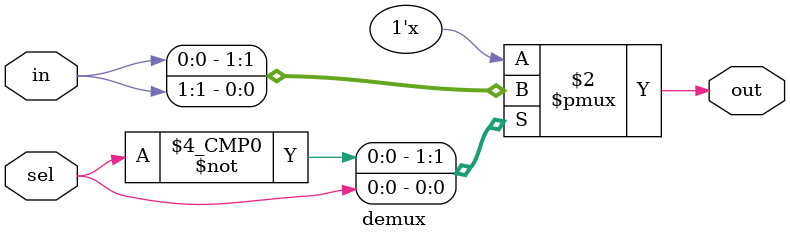
<source format=sv>
module demux(
    input logic [1:0] in,
    input logic sel, 
    output logic out
);

    always_comb begin
        case (sel) 
            1'b0: out = in[0];
            1'b1: out = in[1];
            default: out = 1'bx; // should not happen
        endcase
    end

endmodule


// Verilog -> C
// always

// SystemVerilog -> C++
// always_ff | always_comb | always_latch

// always_comb <=> always @*


// <template N> 

</source>
